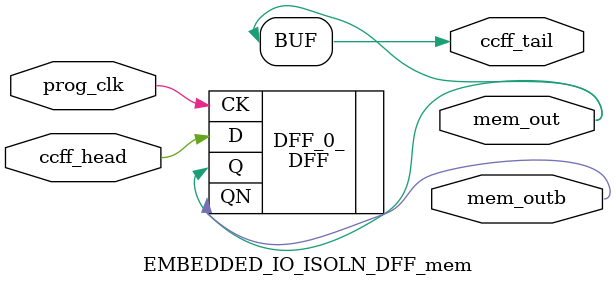
<source format=v>
/*verilator tracing_off*/
// ----- END Verilog module for frac_lut4_DFF_mem -----

//----- Default net type -----
`default_nettype wire




//----- Default net type -----
`default_nettype wire

// ----- Verilog module for EMBEDDED_IO_ISOLN_DFF_mem -----
module EMBEDDED_IO_ISOLN_DFF_mem(prog_clk,
                                 ccff_head,
                                 ccff_tail,
                                 mem_out,
                                 mem_outb);
//----- GLOBAL PORTS -----
input [0:0] prog_clk;
//----- INPUT PORTS -----
input [0:0] ccff_head;
//----- OUTPUT PORTS -----
output [0:0] ccff_tail;
//----- OUTPUT PORTS -----
output [0:0] mem_out;
//----- OUTPUT PORTS -----
output [0:0] mem_outb;

//----- BEGIN wire-connection ports -----
//----- END wire-connection ports -----


//----- BEGIN Registered ports -----
//----- END Registered ports -----



// ----- BEGIN Local short connections -----
// ----- END Local short connections -----
// ----- BEGIN Local output short connections -----
	assign ccff_tail[0] = mem_out[0];
// ----- END Local output short connections -----

	DFF DFF_0_ (
		.CK(prog_clk),
		.D(ccff_head),
		.Q(mem_out),
		.QN(mem_outb));

endmodule

</source>
